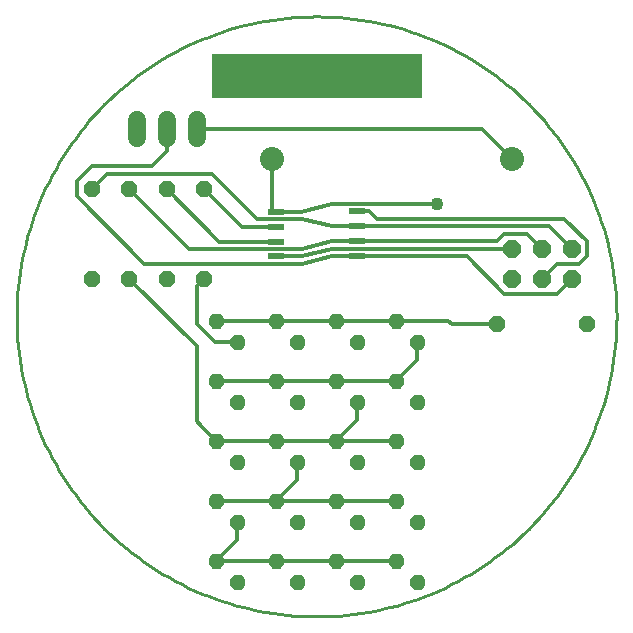
<source format=gbl>
G75*
%MOIN*%
%OFA0B0*%
%FSLAX25Y25*%
%IPPOS*%
%LPD*%
%AMOC8*
5,1,8,0,0,1.08239X$1,22.5*
%
%ADD10C,0.01000*%
%ADD11R,0.70000X0.15000*%
%ADD12C,0.08000*%
%ADD13R,0.05512X0.01969*%
%ADD14OC8,0.06000*%
%ADD15C,0.01040*%
%ADD16OC8,0.05200*%
%ADD17C,0.06000*%
%ADD18C,0.01181*%
%ADD19C,0.04356*%
D10*
X0001500Y0114770D02*
X0001530Y0117224D01*
X0001620Y0119677D01*
X0001771Y0122126D01*
X0001982Y0124572D01*
X0002252Y0127011D01*
X0002582Y0129443D01*
X0002972Y0131866D01*
X0003421Y0134279D01*
X0003930Y0136680D01*
X0004497Y0139068D01*
X0005122Y0141441D01*
X0005806Y0143798D01*
X0006547Y0146138D01*
X0007346Y0148459D01*
X0008201Y0150760D01*
X0009112Y0153038D01*
X0010079Y0155294D01*
X0011101Y0157526D01*
X0012178Y0159731D01*
X0013308Y0161910D01*
X0014491Y0164060D01*
X0015727Y0166180D01*
X0017015Y0168270D01*
X0018353Y0170327D01*
X0019742Y0172351D01*
X0021179Y0174340D01*
X0022665Y0176293D01*
X0024199Y0178209D01*
X0025779Y0180087D01*
X0027405Y0181926D01*
X0029075Y0183724D01*
X0030789Y0185481D01*
X0032546Y0187195D01*
X0034344Y0188865D01*
X0036183Y0190491D01*
X0038061Y0192071D01*
X0039977Y0193605D01*
X0041930Y0195091D01*
X0043919Y0196528D01*
X0045943Y0197917D01*
X0048000Y0199255D01*
X0050090Y0200543D01*
X0052210Y0201779D01*
X0054360Y0202962D01*
X0056539Y0204092D01*
X0058744Y0205169D01*
X0060976Y0206191D01*
X0063232Y0207158D01*
X0065510Y0208069D01*
X0067811Y0208924D01*
X0070132Y0209723D01*
X0072472Y0210464D01*
X0074829Y0211148D01*
X0077202Y0211773D01*
X0079590Y0212340D01*
X0081991Y0212849D01*
X0084404Y0213298D01*
X0086827Y0213688D01*
X0089259Y0214018D01*
X0091698Y0214288D01*
X0094144Y0214499D01*
X0096593Y0214650D01*
X0099046Y0214740D01*
X0101500Y0214770D01*
X0103954Y0214740D01*
X0106407Y0214650D01*
X0108856Y0214499D01*
X0111302Y0214288D01*
X0113741Y0214018D01*
X0116173Y0213688D01*
X0118596Y0213298D01*
X0121009Y0212849D01*
X0123410Y0212340D01*
X0125798Y0211773D01*
X0128171Y0211148D01*
X0130528Y0210464D01*
X0132868Y0209723D01*
X0135189Y0208924D01*
X0137490Y0208069D01*
X0139768Y0207158D01*
X0142024Y0206191D01*
X0144256Y0205169D01*
X0146461Y0204092D01*
X0148640Y0202962D01*
X0150790Y0201779D01*
X0152910Y0200543D01*
X0155000Y0199255D01*
X0157057Y0197917D01*
X0159081Y0196528D01*
X0161070Y0195091D01*
X0163023Y0193605D01*
X0164939Y0192071D01*
X0166817Y0190491D01*
X0168656Y0188865D01*
X0170454Y0187195D01*
X0172211Y0185481D01*
X0173925Y0183724D01*
X0175595Y0181926D01*
X0177221Y0180087D01*
X0178801Y0178209D01*
X0180335Y0176293D01*
X0181821Y0174340D01*
X0183258Y0172351D01*
X0184647Y0170327D01*
X0185985Y0168270D01*
X0187273Y0166180D01*
X0188509Y0164060D01*
X0189692Y0161910D01*
X0190822Y0159731D01*
X0191899Y0157526D01*
X0192921Y0155294D01*
X0193888Y0153038D01*
X0194799Y0150760D01*
X0195654Y0148459D01*
X0196453Y0146138D01*
X0197194Y0143798D01*
X0197878Y0141441D01*
X0198503Y0139068D01*
X0199070Y0136680D01*
X0199579Y0134279D01*
X0200028Y0131866D01*
X0200418Y0129443D01*
X0200748Y0127011D01*
X0201018Y0124572D01*
X0201229Y0122126D01*
X0201380Y0119677D01*
X0201470Y0117224D01*
X0201500Y0114770D01*
X0201470Y0112316D01*
X0201380Y0109863D01*
X0201229Y0107414D01*
X0201018Y0104968D01*
X0200748Y0102529D01*
X0200418Y0100097D01*
X0200028Y0097674D01*
X0199579Y0095261D01*
X0199070Y0092860D01*
X0198503Y0090472D01*
X0197878Y0088099D01*
X0197194Y0085742D01*
X0196453Y0083402D01*
X0195654Y0081081D01*
X0194799Y0078780D01*
X0193888Y0076502D01*
X0192921Y0074246D01*
X0191899Y0072014D01*
X0190822Y0069809D01*
X0189692Y0067630D01*
X0188509Y0065480D01*
X0187273Y0063360D01*
X0185985Y0061270D01*
X0184647Y0059213D01*
X0183258Y0057189D01*
X0181821Y0055200D01*
X0180335Y0053247D01*
X0178801Y0051331D01*
X0177221Y0049453D01*
X0175595Y0047614D01*
X0173925Y0045816D01*
X0172211Y0044059D01*
X0170454Y0042345D01*
X0168656Y0040675D01*
X0166817Y0039049D01*
X0164939Y0037469D01*
X0163023Y0035935D01*
X0161070Y0034449D01*
X0159081Y0033012D01*
X0157057Y0031623D01*
X0155000Y0030285D01*
X0152910Y0028997D01*
X0150790Y0027761D01*
X0148640Y0026578D01*
X0146461Y0025448D01*
X0144256Y0024371D01*
X0142024Y0023349D01*
X0139768Y0022382D01*
X0137490Y0021471D01*
X0135189Y0020616D01*
X0132868Y0019817D01*
X0130528Y0019076D01*
X0128171Y0018392D01*
X0125798Y0017767D01*
X0123410Y0017200D01*
X0121009Y0016691D01*
X0118596Y0016242D01*
X0116173Y0015852D01*
X0113741Y0015522D01*
X0111302Y0015252D01*
X0108856Y0015041D01*
X0106407Y0014890D01*
X0103954Y0014800D01*
X0101500Y0014770D01*
X0099046Y0014800D01*
X0096593Y0014890D01*
X0094144Y0015041D01*
X0091698Y0015252D01*
X0089259Y0015522D01*
X0086827Y0015852D01*
X0084404Y0016242D01*
X0081991Y0016691D01*
X0079590Y0017200D01*
X0077202Y0017767D01*
X0074829Y0018392D01*
X0072472Y0019076D01*
X0070132Y0019817D01*
X0067811Y0020616D01*
X0065510Y0021471D01*
X0063232Y0022382D01*
X0060976Y0023349D01*
X0058744Y0024371D01*
X0056539Y0025448D01*
X0054360Y0026578D01*
X0052210Y0027761D01*
X0050090Y0028997D01*
X0048000Y0030285D01*
X0045943Y0031623D01*
X0043919Y0033012D01*
X0041930Y0034449D01*
X0039977Y0035935D01*
X0038061Y0037469D01*
X0036183Y0039049D01*
X0034344Y0040675D01*
X0032546Y0042345D01*
X0030789Y0044059D01*
X0029075Y0045816D01*
X0027405Y0047614D01*
X0025779Y0049453D01*
X0024199Y0051331D01*
X0022665Y0053247D01*
X0021179Y0055200D01*
X0019742Y0057189D01*
X0018353Y0059213D01*
X0017015Y0061270D01*
X0015727Y0063360D01*
X0014491Y0065480D01*
X0013308Y0067630D01*
X0012178Y0069809D01*
X0011101Y0072014D01*
X0010079Y0074246D01*
X0009112Y0076502D01*
X0008201Y0078780D01*
X0007346Y0081081D01*
X0006547Y0083402D01*
X0005806Y0085742D01*
X0005122Y0088099D01*
X0004497Y0090472D01*
X0003930Y0092860D01*
X0003421Y0095261D01*
X0002972Y0097674D01*
X0002582Y0100097D01*
X0002252Y0102529D01*
X0001982Y0104968D01*
X0001771Y0107414D01*
X0001620Y0109863D01*
X0001530Y0112316D01*
X0001500Y0114770D01*
D11*
X0101500Y0194770D03*
D12*
X0086500Y0167270D03*
X0166500Y0167270D03*
D13*
X0114902Y0149770D03*
X0114902Y0144770D03*
X0114902Y0139770D03*
X0114902Y0134770D03*
X0088098Y0134770D03*
X0088098Y0139730D03*
X0088098Y0144730D03*
X0088098Y0149730D03*
D14*
X0166500Y0137270D03*
X0176500Y0137270D03*
X0186500Y0137270D03*
X0186500Y0127270D03*
X0176500Y0127270D03*
X0166500Y0127270D03*
D15*
X0068305Y0031746D02*
X0068825Y0031226D01*
X0067103Y0031226D01*
X0065885Y0032444D01*
X0065885Y0034166D01*
X0067103Y0035384D01*
X0068825Y0035384D01*
X0070043Y0034166D01*
X0070043Y0032444D01*
X0068825Y0031226D01*
X0068502Y0032006D01*
X0067426Y0032006D01*
X0066665Y0032767D01*
X0066665Y0033843D01*
X0067426Y0034604D01*
X0068502Y0034604D01*
X0069263Y0033843D01*
X0069263Y0032767D01*
X0068502Y0032006D01*
X0068179Y0032786D01*
X0067749Y0032786D01*
X0067445Y0033090D01*
X0067445Y0033520D01*
X0067749Y0033824D01*
X0068179Y0033824D01*
X0068483Y0033520D01*
X0068483Y0033090D01*
X0068179Y0032786D01*
X0075377Y0024675D02*
X0075897Y0024155D01*
X0074175Y0024155D01*
X0072957Y0025373D01*
X0072957Y0027095D01*
X0074175Y0028313D01*
X0075897Y0028313D01*
X0077115Y0027095D01*
X0077115Y0025373D01*
X0075897Y0024155D01*
X0075574Y0024935D01*
X0074498Y0024935D01*
X0073737Y0025696D01*
X0073737Y0026772D01*
X0074498Y0027533D01*
X0075574Y0027533D01*
X0076335Y0026772D01*
X0076335Y0025696D01*
X0075574Y0024935D01*
X0075251Y0025715D01*
X0074821Y0025715D01*
X0074517Y0026019D01*
X0074517Y0026449D01*
X0074821Y0026753D01*
X0075251Y0026753D01*
X0075555Y0026449D01*
X0075555Y0026019D01*
X0075251Y0025715D01*
X0088305Y0031746D02*
X0088825Y0031226D01*
X0087103Y0031226D01*
X0085885Y0032444D01*
X0085885Y0034166D01*
X0087103Y0035384D01*
X0088825Y0035384D01*
X0090043Y0034166D01*
X0090043Y0032444D01*
X0088825Y0031226D01*
X0088502Y0032006D01*
X0087426Y0032006D01*
X0086665Y0032767D01*
X0086665Y0033843D01*
X0087426Y0034604D01*
X0088502Y0034604D01*
X0089263Y0033843D01*
X0089263Y0032767D01*
X0088502Y0032006D01*
X0088179Y0032786D01*
X0087749Y0032786D01*
X0087445Y0033090D01*
X0087445Y0033520D01*
X0087749Y0033824D01*
X0088179Y0033824D01*
X0088483Y0033520D01*
X0088483Y0033090D01*
X0088179Y0032786D01*
X0095377Y0024675D02*
X0095897Y0024155D01*
X0094175Y0024155D01*
X0092957Y0025373D01*
X0092957Y0027095D01*
X0094175Y0028313D01*
X0095897Y0028313D01*
X0097115Y0027095D01*
X0097115Y0025373D01*
X0095897Y0024155D01*
X0095574Y0024935D01*
X0094498Y0024935D01*
X0093737Y0025696D01*
X0093737Y0026772D01*
X0094498Y0027533D01*
X0095574Y0027533D01*
X0096335Y0026772D01*
X0096335Y0025696D01*
X0095574Y0024935D01*
X0095251Y0025715D01*
X0094821Y0025715D01*
X0094517Y0026019D01*
X0094517Y0026449D01*
X0094821Y0026753D01*
X0095251Y0026753D01*
X0095555Y0026449D01*
X0095555Y0026019D01*
X0095251Y0025715D01*
X0108305Y0031746D02*
X0108825Y0031226D01*
X0107103Y0031226D01*
X0105885Y0032444D01*
X0105885Y0034166D01*
X0107103Y0035384D01*
X0108825Y0035384D01*
X0110043Y0034166D01*
X0110043Y0032444D01*
X0108825Y0031226D01*
X0108502Y0032006D01*
X0107426Y0032006D01*
X0106665Y0032767D01*
X0106665Y0033843D01*
X0107426Y0034604D01*
X0108502Y0034604D01*
X0109263Y0033843D01*
X0109263Y0032767D01*
X0108502Y0032006D01*
X0108179Y0032786D01*
X0107749Y0032786D01*
X0107445Y0033090D01*
X0107445Y0033520D01*
X0107749Y0033824D01*
X0108179Y0033824D01*
X0108483Y0033520D01*
X0108483Y0033090D01*
X0108179Y0032786D01*
X0115377Y0024675D02*
X0115897Y0024155D01*
X0114175Y0024155D01*
X0112957Y0025373D01*
X0112957Y0027095D01*
X0114175Y0028313D01*
X0115897Y0028313D01*
X0117115Y0027095D01*
X0117115Y0025373D01*
X0115897Y0024155D01*
X0115574Y0024935D01*
X0114498Y0024935D01*
X0113737Y0025696D01*
X0113737Y0026772D01*
X0114498Y0027533D01*
X0115574Y0027533D01*
X0116335Y0026772D01*
X0116335Y0025696D01*
X0115574Y0024935D01*
X0115251Y0025715D01*
X0114821Y0025715D01*
X0114517Y0026019D01*
X0114517Y0026449D01*
X0114821Y0026753D01*
X0115251Y0026753D01*
X0115555Y0026449D01*
X0115555Y0026019D01*
X0115251Y0025715D01*
X0128305Y0031746D02*
X0128825Y0031226D01*
X0127103Y0031226D01*
X0125885Y0032444D01*
X0125885Y0034166D01*
X0127103Y0035384D01*
X0128825Y0035384D01*
X0130043Y0034166D01*
X0130043Y0032444D01*
X0128825Y0031226D01*
X0128502Y0032006D01*
X0127426Y0032006D01*
X0126665Y0032767D01*
X0126665Y0033843D01*
X0127426Y0034604D01*
X0128502Y0034604D01*
X0129263Y0033843D01*
X0129263Y0032767D01*
X0128502Y0032006D01*
X0128179Y0032786D01*
X0127749Y0032786D01*
X0127445Y0033090D01*
X0127445Y0033520D01*
X0127749Y0033824D01*
X0128179Y0033824D01*
X0128483Y0033520D01*
X0128483Y0033090D01*
X0128179Y0032786D01*
X0135377Y0024675D02*
X0135897Y0024155D01*
X0134175Y0024155D01*
X0132957Y0025373D01*
X0132957Y0027095D01*
X0134175Y0028313D01*
X0135897Y0028313D01*
X0137115Y0027095D01*
X0137115Y0025373D01*
X0135897Y0024155D01*
X0135574Y0024935D01*
X0134498Y0024935D01*
X0133737Y0025696D01*
X0133737Y0026772D01*
X0134498Y0027533D01*
X0135574Y0027533D01*
X0136335Y0026772D01*
X0136335Y0025696D01*
X0135574Y0024935D01*
X0135251Y0025715D01*
X0134821Y0025715D01*
X0134517Y0026019D01*
X0134517Y0026449D01*
X0134821Y0026753D01*
X0135251Y0026753D01*
X0135555Y0026449D01*
X0135555Y0026019D01*
X0135251Y0025715D01*
X0135377Y0044675D02*
X0135897Y0044155D01*
X0134175Y0044155D01*
X0132957Y0045373D01*
X0132957Y0047095D01*
X0134175Y0048313D01*
X0135897Y0048313D01*
X0137115Y0047095D01*
X0137115Y0045373D01*
X0135897Y0044155D01*
X0135574Y0044935D01*
X0134498Y0044935D01*
X0133737Y0045696D01*
X0133737Y0046772D01*
X0134498Y0047533D01*
X0135574Y0047533D01*
X0136335Y0046772D01*
X0136335Y0045696D01*
X0135574Y0044935D01*
X0135251Y0045715D01*
X0134821Y0045715D01*
X0134517Y0046019D01*
X0134517Y0046449D01*
X0134821Y0046753D01*
X0135251Y0046753D01*
X0135555Y0046449D01*
X0135555Y0046019D01*
X0135251Y0045715D01*
X0128305Y0051746D02*
X0128825Y0051226D01*
X0127103Y0051226D01*
X0125885Y0052444D01*
X0125885Y0054166D01*
X0127103Y0055384D01*
X0128825Y0055384D01*
X0130043Y0054166D01*
X0130043Y0052444D01*
X0128825Y0051226D01*
X0128502Y0052006D01*
X0127426Y0052006D01*
X0126665Y0052767D01*
X0126665Y0053843D01*
X0127426Y0054604D01*
X0128502Y0054604D01*
X0129263Y0053843D01*
X0129263Y0052767D01*
X0128502Y0052006D01*
X0128179Y0052786D01*
X0127749Y0052786D01*
X0127445Y0053090D01*
X0127445Y0053520D01*
X0127749Y0053824D01*
X0128179Y0053824D01*
X0128483Y0053520D01*
X0128483Y0053090D01*
X0128179Y0052786D01*
X0135377Y0064675D02*
X0135897Y0064155D01*
X0134175Y0064155D01*
X0132957Y0065373D01*
X0132957Y0067095D01*
X0134175Y0068313D01*
X0135897Y0068313D01*
X0137115Y0067095D01*
X0137115Y0065373D01*
X0135897Y0064155D01*
X0135574Y0064935D01*
X0134498Y0064935D01*
X0133737Y0065696D01*
X0133737Y0066772D01*
X0134498Y0067533D01*
X0135574Y0067533D01*
X0136335Y0066772D01*
X0136335Y0065696D01*
X0135574Y0064935D01*
X0135251Y0065715D01*
X0134821Y0065715D01*
X0134517Y0066019D01*
X0134517Y0066449D01*
X0134821Y0066753D01*
X0135251Y0066753D01*
X0135555Y0066449D01*
X0135555Y0066019D01*
X0135251Y0065715D01*
X0128305Y0071746D02*
X0128825Y0071226D01*
X0127103Y0071226D01*
X0125885Y0072444D01*
X0125885Y0074166D01*
X0127103Y0075384D01*
X0128825Y0075384D01*
X0130043Y0074166D01*
X0130043Y0072444D01*
X0128825Y0071226D01*
X0128502Y0072006D01*
X0127426Y0072006D01*
X0126665Y0072767D01*
X0126665Y0073843D01*
X0127426Y0074604D01*
X0128502Y0074604D01*
X0129263Y0073843D01*
X0129263Y0072767D01*
X0128502Y0072006D01*
X0128179Y0072786D01*
X0127749Y0072786D01*
X0127445Y0073090D01*
X0127445Y0073520D01*
X0127749Y0073824D01*
X0128179Y0073824D01*
X0128483Y0073520D01*
X0128483Y0073090D01*
X0128179Y0072786D01*
X0135377Y0084675D02*
X0135897Y0084155D01*
X0134175Y0084155D01*
X0132957Y0085373D01*
X0132957Y0087095D01*
X0134175Y0088313D01*
X0135897Y0088313D01*
X0137115Y0087095D01*
X0137115Y0085373D01*
X0135897Y0084155D01*
X0135574Y0084935D01*
X0134498Y0084935D01*
X0133737Y0085696D01*
X0133737Y0086772D01*
X0134498Y0087533D01*
X0135574Y0087533D01*
X0136335Y0086772D01*
X0136335Y0085696D01*
X0135574Y0084935D01*
X0135251Y0085715D01*
X0134821Y0085715D01*
X0134517Y0086019D01*
X0134517Y0086449D01*
X0134821Y0086753D01*
X0135251Y0086753D01*
X0135555Y0086449D01*
X0135555Y0086019D01*
X0135251Y0085715D01*
X0128305Y0091746D02*
X0128825Y0091226D01*
X0127103Y0091226D01*
X0125885Y0092444D01*
X0125885Y0094166D01*
X0127103Y0095384D01*
X0128825Y0095384D01*
X0130043Y0094166D01*
X0130043Y0092444D01*
X0128825Y0091226D01*
X0128502Y0092006D01*
X0127426Y0092006D01*
X0126665Y0092767D01*
X0126665Y0093843D01*
X0127426Y0094604D01*
X0128502Y0094604D01*
X0129263Y0093843D01*
X0129263Y0092767D01*
X0128502Y0092006D01*
X0128179Y0092786D01*
X0127749Y0092786D01*
X0127445Y0093090D01*
X0127445Y0093520D01*
X0127749Y0093824D01*
X0128179Y0093824D01*
X0128483Y0093520D01*
X0128483Y0093090D01*
X0128179Y0092786D01*
X0115377Y0084675D02*
X0115897Y0084155D01*
X0114175Y0084155D01*
X0112957Y0085373D01*
X0112957Y0087095D01*
X0114175Y0088313D01*
X0115897Y0088313D01*
X0117115Y0087095D01*
X0117115Y0085373D01*
X0115897Y0084155D01*
X0115574Y0084935D01*
X0114498Y0084935D01*
X0113737Y0085696D01*
X0113737Y0086772D01*
X0114498Y0087533D01*
X0115574Y0087533D01*
X0116335Y0086772D01*
X0116335Y0085696D01*
X0115574Y0084935D01*
X0115251Y0085715D01*
X0114821Y0085715D01*
X0114517Y0086019D01*
X0114517Y0086449D01*
X0114821Y0086753D01*
X0115251Y0086753D01*
X0115555Y0086449D01*
X0115555Y0086019D01*
X0115251Y0085715D01*
X0108305Y0091746D02*
X0108825Y0091226D01*
X0107103Y0091226D01*
X0105885Y0092444D01*
X0105885Y0094166D01*
X0107103Y0095384D01*
X0108825Y0095384D01*
X0110043Y0094166D01*
X0110043Y0092444D01*
X0108825Y0091226D01*
X0108502Y0092006D01*
X0107426Y0092006D01*
X0106665Y0092767D01*
X0106665Y0093843D01*
X0107426Y0094604D01*
X0108502Y0094604D01*
X0109263Y0093843D01*
X0109263Y0092767D01*
X0108502Y0092006D01*
X0108179Y0092786D01*
X0107749Y0092786D01*
X0107445Y0093090D01*
X0107445Y0093520D01*
X0107749Y0093824D01*
X0108179Y0093824D01*
X0108483Y0093520D01*
X0108483Y0093090D01*
X0108179Y0092786D01*
X0095377Y0084675D02*
X0095897Y0084155D01*
X0094175Y0084155D01*
X0092957Y0085373D01*
X0092957Y0087095D01*
X0094175Y0088313D01*
X0095897Y0088313D01*
X0097115Y0087095D01*
X0097115Y0085373D01*
X0095897Y0084155D01*
X0095574Y0084935D01*
X0094498Y0084935D01*
X0093737Y0085696D01*
X0093737Y0086772D01*
X0094498Y0087533D01*
X0095574Y0087533D01*
X0096335Y0086772D01*
X0096335Y0085696D01*
X0095574Y0084935D01*
X0095251Y0085715D01*
X0094821Y0085715D01*
X0094517Y0086019D01*
X0094517Y0086449D01*
X0094821Y0086753D01*
X0095251Y0086753D01*
X0095555Y0086449D01*
X0095555Y0086019D01*
X0095251Y0085715D01*
X0088305Y0091746D02*
X0088825Y0091226D01*
X0087103Y0091226D01*
X0085885Y0092444D01*
X0085885Y0094166D01*
X0087103Y0095384D01*
X0088825Y0095384D01*
X0090043Y0094166D01*
X0090043Y0092444D01*
X0088825Y0091226D01*
X0088502Y0092006D01*
X0087426Y0092006D01*
X0086665Y0092767D01*
X0086665Y0093843D01*
X0087426Y0094604D01*
X0088502Y0094604D01*
X0089263Y0093843D01*
X0089263Y0092767D01*
X0088502Y0092006D01*
X0088179Y0092786D01*
X0087749Y0092786D01*
X0087445Y0093090D01*
X0087445Y0093520D01*
X0087749Y0093824D01*
X0088179Y0093824D01*
X0088483Y0093520D01*
X0088483Y0093090D01*
X0088179Y0092786D01*
X0075377Y0084675D02*
X0075897Y0084155D01*
X0074175Y0084155D01*
X0072957Y0085373D01*
X0072957Y0087095D01*
X0074175Y0088313D01*
X0075897Y0088313D01*
X0077115Y0087095D01*
X0077115Y0085373D01*
X0075897Y0084155D01*
X0075574Y0084935D01*
X0074498Y0084935D01*
X0073737Y0085696D01*
X0073737Y0086772D01*
X0074498Y0087533D01*
X0075574Y0087533D01*
X0076335Y0086772D01*
X0076335Y0085696D01*
X0075574Y0084935D01*
X0075251Y0085715D01*
X0074821Y0085715D01*
X0074517Y0086019D01*
X0074517Y0086449D01*
X0074821Y0086753D01*
X0075251Y0086753D01*
X0075555Y0086449D01*
X0075555Y0086019D01*
X0075251Y0085715D01*
X0068305Y0091746D02*
X0068825Y0091226D01*
X0067103Y0091226D01*
X0065885Y0092444D01*
X0065885Y0094166D01*
X0067103Y0095384D01*
X0068825Y0095384D01*
X0070043Y0094166D01*
X0070043Y0092444D01*
X0068825Y0091226D01*
X0068502Y0092006D01*
X0067426Y0092006D01*
X0066665Y0092767D01*
X0066665Y0093843D01*
X0067426Y0094604D01*
X0068502Y0094604D01*
X0069263Y0093843D01*
X0069263Y0092767D01*
X0068502Y0092006D01*
X0068179Y0092786D01*
X0067749Y0092786D01*
X0067445Y0093090D01*
X0067445Y0093520D01*
X0067749Y0093824D01*
X0068179Y0093824D01*
X0068483Y0093520D01*
X0068483Y0093090D01*
X0068179Y0092786D01*
X0075377Y0104675D02*
X0075897Y0104155D01*
X0074175Y0104155D01*
X0072957Y0105373D01*
X0072957Y0107095D01*
X0074175Y0108313D01*
X0075897Y0108313D01*
X0077115Y0107095D01*
X0077115Y0105373D01*
X0075897Y0104155D01*
X0075574Y0104935D01*
X0074498Y0104935D01*
X0073737Y0105696D01*
X0073737Y0106772D01*
X0074498Y0107533D01*
X0075574Y0107533D01*
X0076335Y0106772D01*
X0076335Y0105696D01*
X0075574Y0104935D01*
X0075251Y0105715D01*
X0074821Y0105715D01*
X0074517Y0106019D01*
X0074517Y0106449D01*
X0074821Y0106753D01*
X0075251Y0106753D01*
X0075555Y0106449D01*
X0075555Y0106019D01*
X0075251Y0105715D01*
X0068305Y0111746D02*
X0068825Y0111226D01*
X0067103Y0111226D01*
X0065885Y0112444D01*
X0065885Y0114166D01*
X0067103Y0115384D01*
X0068825Y0115384D01*
X0070043Y0114166D01*
X0070043Y0112444D01*
X0068825Y0111226D01*
X0068502Y0112006D01*
X0067426Y0112006D01*
X0066665Y0112767D01*
X0066665Y0113843D01*
X0067426Y0114604D01*
X0068502Y0114604D01*
X0069263Y0113843D01*
X0069263Y0112767D01*
X0068502Y0112006D01*
X0068179Y0112786D01*
X0067749Y0112786D01*
X0067445Y0113090D01*
X0067445Y0113520D01*
X0067749Y0113824D01*
X0068179Y0113824D01*
X0068483Y0113520D01*
X0068483Y0113090D01*
X0068179Y0112786D01*
X0088305Y0111746D02*
X0088825Y0111226D01*
X0087103Y0111226D01*
X0085885Y0112444D01*
X0085885Y0114166D01*
X0087103Y0115384D01*
X0088825Y0115384D01*
X0090043Y0114166D01*
X0090043Y0112444D01*
X0088825Y0111226D01*
X0088502Y0112006D01*
X0087426Y0112006D01*
X0086665Y0112767D01*
X0086665Y0113843D01*
X0087426Y0114604D01*
X0088502Y0114604D01*
X0089263Y0113843D01*
X0089263Y0112767D01*
X0088502Y0112006D01*
X0088179Y0112786D01*
X0087749Y0112786D01*
X0087445Y0113090D01*
X0087445Y0113520D01*
X0087749Y0113824D01*
X0088179Y0113824D01*
X0088483Y0113520D01*
X0088483Y0113090D01*
X0088179Y0112786D01*
X0095377Y0104675D02*
X0095897Y0104155D01*
X0094175Y0104155D01*
X0092957Y0105373D01*
X0092957Y0107095D01*
X0094175Y0108313D01*
X0095897Y0108313D01*
X0097115Y0107095D01*
X0097115Y0105373D01*
X0095897Y0104155D01*
X0095574Y0104935D01*
X0094498Y0104935D01*
X0093737Y0105696D01*
X0093737Y0106772D01*
X0094498Y0107533D01*
X0095574Y0107533D01*
X0096335Y0106772D01*
X0096335Y0105696D01*
X0095574Y0104935D01*
X0095251Y0105715D01*
X0094821Y0105715D01*
X0094517Y0106019D01*
X0094517Y0106449D01*
X0094821Y0106753D01*
X0095251Y0106753D01*
X0095555Y0106449D01*
X0095555Y0106019D01*
X0095251Y0105715D01*
X0108305Y0111746D02*
X0108825Y0111226D01*
X0107103Y0111226D01*
X0105885Y0112444D01*
X0105885Y0114166D01*
X0107103Y0115384D01*
X0108825Y0115384D01*
X0110043Y0114166D01*
X0110043Y0112444D01*
X0108825Y0111226D01*
X0108502Y0112006D01*
X0107426Y0112006D01*
X0106665Y0112767D01*
X0106665Y0113843D01*
X0107426Y0114604D01*
X0108502Y0114604D01*
X0109263Y0113843D01*
X0109263Y0112767D01*
X0108502Y0112006D01*
X0108179Y0112786D01*
X0107749Y0112786D01*
X0107445Y0113090D01*
X0107445Y0113520D01*
X0107749Y0113824D01*
X0108179Y0113824D01*
X0108483Y0113520D01*
X0108483Y0113090D01*
X0108179Y0112786D01*
X0115377Y0104675D02*
X0115897Y0104155D01*
X0114175Y0104155D01*
X0112957Y0105373D01*
X0112957Y0107095D01*
X0114175Y0108313D01*
X0115897Y0108313D01*
X0117115Y0107095D01*
X0117115Y0105373D01*
X0115897Y0104155D01*
X0115574Y0104935D01*
X0114498Y0104935D01*
X0113737Y0105696D01*
X0113737Y0106772D01*
X0114498Y0107533D01*
X0115574Y0107533D01*
X0116335Y0106772D01*
X0116335Y0105696D01*
X0115574Y0104935D01*
X0115251Y0105715D01*
X0114821Y0105715D01*
X0114517Y0106019D01*
X0114517Y0106449D01*
X0114821Y0106753D01*
X0115251Y0106753D01*
X0115555Y0106449D01*
X0115555Y0106019D01*
X0115251Y0105715D01*
X0128305Y0111746D02*
X0128825Y0111226D01*
X0127103Y0111226D01*
X0125885Y0112444D01*
X0125885Y0114166D01*
X0127103Y0115384D01*
X0128825Y0115384D01*
X0130043Y0114166D01*
X0130043Y0112444D01*
X0128825Y0111226D01*
X0128502Y0112006D01*
X0127426Y0112006D01*
X0126665Y0112767D01*
X0126665Y0113843D01*
X0127426Y0114604D01*
X0128502Y0114604D01*
X0129263Y0113843D01*
X0129263Y0112767D01*
X0128502Y0112006D01*
X0128179Y0112786D01*
X0127749Y0112786D01*
X0127445Y0113090D01*
X0127445Y0113520D01*
X0127749Y0113824D01*
X0128179Y0113824D01*
X0128483Y0113520D01*
X0128483Y0113090D01*
X0128179Y0112786D01*
X0135377Y0104675D02*
X0135897Y0104155D01*
X0134175Y0104155D01*
X0132957Y0105373D01*
X0132957Y0107095D01*
X0134175Y0108313D01*
X0135897Y0108313D01*
X0137115Y0107095D01*
X0137115Y0105373D01*
X0135897Y0104155D01*
X0135574Y0104935D01*
X0134498Y0104935D01*
X0133737Y0105696D01*
X0133737Y0106772D01*
X0134498Y0107533D01*
X0135574Y0107533D01*
X0136335Y0106772D01*
X0136335Y0105696D01*
X0135574Y0104935D01*
X0135251Y0105715D01*
X0134821Y0105715D01*
X0134517Y0106019D01*
X0134517Y0106449D01*
X0134821Y0106753D01*
X0135251Y0106753D01*
X0135555Y0106449D01*
X0135555Y0106019D01*
X0135251Y0105715D01*
X0108305Y0071746D02*
X0108825Y0071226D01*
X0107103Y0071226D01*
X0105885Y0072444D01*
X0105885Y0074166D01*
X0107103Y0075384D01*
X0108825Y0075384D01*
X0110043Y0074166D01*
X0110043Y0072444D01*
X0108825Y0071226D01*
X0108502Y0072006D01*
X0107426Y0072006D01*
X0106665Y0072767D01*
X0106665Y0073843D01*
X0107426Y0074604D01*
X0108502Y0074604D01*
X0109263Y0073843D01*
X0109263Y0072767D01*
X0108502Y0072006D01*
X0108179Y0072786D01*
X0107749Y0072786D01*
X0107445Y0073090D01*
X0107445Y0073520D01*
X0107749Y0073824D01*
X0108179Y0073824D01*
X0108483Y0073520D01*
X0108483Y0073090D01*
X0108179Y0072786D01*
X0115377Y0064675D02*
X0115897Y0064155D01*
X0114175Y0064155D01*
X0112957Y0065373D01*
X0112957Y0067095D01*
X0114175Y0068313D01*
X0115897Y0068313D01*
X0117115Y0067095D01*
X0117115Y0065373D01*
X0115897Y0064155D01*
X0115574Y0064935D01*
X0114498Y0064935D01*
X0113737Y0065696D01*
X0113737Y0066772D01*
X0114498Y0067533D01*
X0115574Y0067533D01*
X0116335Y0066772D01*
X0116335Y0065696D01*
X0115574Y0064935D01*
X0115251Y0065715D01*
X0114821Y0065715D01*
X0114517Y0066019D01*
X0114517Y0066449D01*
X0114821Y0066753D01*
X0115251Y0066753D01*
X0115555Y0066449D01*
X0115555Y0066019D01*
X0115251Y0065715D01*
X0108305Y0051746D02*
X0108825Y0051226D01*
X0107103Y0051226D01*
X0105885Y0052444D01*
X0105885Y0054166D01*
X0107103Y0055384D01*
X0108825Y0055384D01*
X0110043Y0054166D01*
X0110043Y0052444D01*
X0108825Y0051226D01*
X0108502Y0052006D01*
X0107426Y0052006D01*
X0106665Y0052767D01*
X0106665Y0053843D01*
X0107426Y0054604D01*
X0108502Y0054604D01*
X0109263Y0053843D01*
X0109263Y0052767D01*
X0108502Y0052006D01*
X0108179Y0052786D01*
X0107749Y0052786D01*
X0107445Y0053090D01*
X0107445Y0053520D01*
X0107749Y0053824D01*
X0108179Y0053824D01*
X0108483Y0053520D01*
X0108483Y0053090D01*
X0108179Y0052786D01*
X0115377Y0044675D02*
X0115897Y0044155D01*
X0114175Y0044155D01*
X0112957Y0045373D01*
X0112957Y0047095D01*
X0114175Y0048313D01*
X0115897Y0048313D01*
X0117115Y0047095D01*
X0117115Y0045373D01*
X0115897Y0044155D01*
X0115574Y0044935D01*
X0114498Y0044935D01*
X0113737Y0045696D01*
X0113737Y0046772D01*
X0114498Y0047533D01*
X0115574Y0047533D01*
X0116335Y0046772D01*
X0116335Y0045696D01*
X0115574Y0044935D01*
X0115251Y0045715D01*
X0114821Y0045715D01*
X0114517Y0046019D01*
X0114517Y0046449D01*
X0114821Y0046753D01*
X0115251Y0046753D01*
X0115555Y0046449D01*
X0115555Y0046019D01*
X0115251Y0045715D01*
X0095377Y0044675D02*
X0095897Y0044155D01*
X0094175Y0044155D01*
X0092957Y0045373D01*
X0092957Y0047095D01*
X0094175Y0048313D01*
X0095897Y0048313D01*
X0097115Y0047095D01*
X0097115Y0045373D01*
X0095897Y0044155D01*
X0095574Y0044935D01*
X0094498Y0044935D01*
X0093737Y0045696D01*
X0093737Y0046772D01*
X0094498Y0047533D01*
X0095574Y0047533D01*
X0096335Y0046772D01*
X0096335Y0045696D01*
X0095574Y0044935D01*
X0095251Y0045715D01*
X0094821Y0045715D01*
X0094517Y0046019D01*
X0094517Y0046449D01*
X0094821Y0046753D01*
X0095251Y0046753D01*
X0095555Y0046449D01*
X0095555Y0046019D01*
X0095251Y0045715D01*
X0088305Y0051746D02*
X0088825Y0051226D01*
X0087103Y0051226D01*
X0085885Y0052444D01*
X0085885Y0054166D01*
X0087103Y0055384D01*
X0088825Y0055384D01*
X0090043Y0054166D01*
X0090043Y0052444D01*
X0088825Y0051226D01*
X0088502Y0052006D01*
X0087426Y0052006D01*
X0086665Y0052767D01*
X0086665Y0053843D01*
X0087426Y0054604D01*
X0088502Y0054604D01*
X0089263Y0053843D01*
X0089263Y0052767D01*
X0088502Y0052006D01*
X0088179Y0052786D01*
X0087749Y0052786D01*
X0087445Y0053090D01*
X0087445Y0053520D01*
X0087749Y0053824D01*
X0088179Y0053824D01*
X0088483Y0053520D01*
X0088483Y0053090D01*
X0088179Y0052786D01*
X0095377Y0064675D02*
X0095897Y0064155D01*
X0094175Y0064155D01*
X0092957Y0065373D01*
X0092957Y0067095D01*
X0094175Y0068313D01*
X0095897Y0068313D01*
X0097115Y0067095D01*
X0097115Y0065373D01*
X0095897Y0064155D01*
X0095574Y0064935D01*
X0094498Y0064935D01*
X0093737Y0065696D01*
X0093737Y0066772D01*
X0094498Y0067533D01*
X0095574Y0067533D01*
X0096335Y0066772D01*
X0096335Y0065696D01*
X0095574Y0064935D01*
X0095251Y0065715D01*
X0094821Y0065715D01*
X0094517Y0066019D01*
X0094517Y0066449D01*
X0094821Y0066753D01*
X0095251Y0066753D01*
X0095555Y0066449D01*
X0095555Y0066019D01*
X0095251Y0065715D01*
X0088305Y0071746D02*
X0088825Y0071226D01*
X0087103Y0071226D01*
X0085885Y0072444D01*
X0085885Y0074166D01*
X0087103Y0075384D01*
X0088825Y0075384D01*
X0090043Y0074166D01*
X0090043Y0072444D01*
X0088825Y0071226D01*
X0088502Y0072006D01*
X0087426Y0072006D01*
X0086665Y0072767D01*
X0086665Y0073843D01*
X0087426Y0074604D01*
X0088502Y0074604D01*
X0089263Y0073843D01*
X0089263Y0072767D01*
X0088502Y0072006D01*
X0088179Y0072786D01*
X0087749Y0072786D01*
X0087445Y0073090D01*
X0087445Y0073520D01*
X0087749Y0073824D01*
X0088179Y0073824D01*
X0088483Y0073520D01*
X0088483Y0073090D01*
X0088179Y0072786D01*
X0075377Y0064675D02*
X0075897Y0064155D01*
X0074175Y0064155D01*
X0072957Y0065373D01*
X0072957Y0067095D01*
X0074175Y0068313D01*
X0075897Y0068313D01*
X0077115Y0067095D01*
X0077115Y0065373D01*
X0075897Y0064155D01*
X0075574Y0064935D01*
X0074498Y0064935D01*
X0073737Y0065696D01*
X0073737Y0066772D01*
X0074498Y0067533D01*
X0075574Y0067533D01*
X0076335Y0066772D01*
X0076335Y0065696D01*
X0075574Y0064935D01*
X0075251Y0065715D01*
X0074821Y0065715D01*
X0074517Y0066019D01*
X0074517Y0066449D01*
X0074821Y0066753D01*
X0075251Y0066753D01*
X0075555Y0066449D01*
X0075555Y0066019D01*
X0075251Y0065715D01*
X0068305Y0071746D02*
X0068825Y0071226D01*
X0067103Y0071226D01*
X0065885Y0072444D01*
X0065885Y0074166D01*
X0067103Y0075384D01*
X0068825Y0075384D01*
X0070043Y0074166D01*
X0070043Y0072444D01*
X0068825Y0071226D01*
X0068502Y0072006D01*
X0067426Y0072006D01*
X0066665Y0072767D01*
X0066665Y0073843D01*
X0067426Y0074604D01*
X0068502Y0074604D01*
X0069263Y0073843D01*
X0069263Y0072767D01*
X0068502Y0072006D01*
X0068179Y0072786D01*
X0067749Y0072786D01*
X0067445Y0073090D01*
X0067445Y0073520D01*
X0067749Y0073824D01*
X0068179Y0073824D01*
X0068483Y0073520D01*
X0068483Y0073090D01*
X0068179Y0072786D01*
X0068305Y0051746D02*
X0068825Y0051226D01*
X0067103Y0051226D01*
X0065885Y0052444D01*
X0065885Y0054166D01*
X0067103Y0055384D01*
X0068825Y0055384D01*
X0070043Y0054166D01*
X0070043Y0052444D01*
X0068825Y0051226D01*
X0068502Y0052006D01*
X0067426Y0052006D01*
X0066665Y0052767D01*
X0066665Y0053843D01*
X0067426Y0054604D01*
X0068502Y0054604D01*
X0069263Y0053843D01*
X0069263Y0052767D01*
X0068502Y0052006D01*
X0068179Y0052786D01*
X0067749Y0052786D01*
X0067445Y0053090D01*
X0067445Y0053520D01*
X0067749Y0053824D01*
X0068179Y0053824D01*
X0068483Y0053520D01*
X0068483Y0053090D01*
X0068179Y0052786D01*
X0075377Y0044675D02*
X0075897Y0044155D01*
X0074175Y0044155D01*
X0072957Y0045373D01*
X0072957Y0047095D01*
X0074175Y0048313D01*
X0075897Y0048313D01*
X0077115Y0047095D01*
X0077115Y0045373D01*
X0075897Y0044155D01*
X0075574Y0044935D01*
X0074498Y0044935D01*
X0073737Y0045696D01*
X0073737Y0046772D01*
X0074498Y0047533D01*
X0075574Y0047533D01*
X0076335Y0046772D01*
X0076335Y0045696D01*
X0075574Y0044935D01*
X0075251Y0045715D01*
X0074821Y0045715D01*
X0074517Y0046019D01*
X0074517Y0046449D01*
X0074821Y0046753D01*
X0075251Y0046753D01*
X0075555Y0046449D01*
X0075555Y0046019D01*
X0075251Y0045715D01*
D16*
X0064000Y0127270D03*
X0051500Y0127270D03*
X0039000Y0127270D03*
X0026500Y0127270D03*
X0026500Y0157270D03*
X0039000Y0157270D03*
X0051500Y0157270D03*
X0064000Y0157270D03*
X0161500Y0112270D03*
X0191500Y0112270D03*
D17*
X0061500Y0174270D02*
X0061500Y0180270D01*
X0051500Y0180270D02*
X0051500Y0174270D01*
X0041500Y0174270D02*
X0041500Y0180270D01*
D18*
X0051500Y0177270D02*
X0051500Y0169770D01*
X0046500Y0164770D01*
X0026500Y0164770D01*
X0021500Y0159770D01*
X0021500Y0154770D01*
X0044000Y0132270D01*
X0096500Y0132270D01*
X0106500Y0134770D01*
X0114902Y0134770D01*
X0151500Y0134770D01*
X0164000Y0122270D01*
X0181500Y0122270D01*
X0186500Y0127270D01*
X0189000Y0132270D02*
X0181500Y0132270D01*
X0176500Y0127270D01*
X0176500Y0137270D02*
X0171500Y0142270D01*
X0164000Y0142270D01*
X0161500Y0139770D01*
X0114902Y0139770D01*
X0106500Y0139770D01*
X0096500Y0137270D01*
X0059000Y0137270D01*
X0039000Y0157270D01*
X0031500Y0162270D02*
X0066500Y0162270D01*
X0081500Y0147270D01*
X0096500Y0147270D01*
X0106500Y0144770D01*
X0114902Y0144770D01*
X0179000Y0144770D01*
X0186500Y0137270D01*
X0189000Y0132270D02*
X0191500Y0134770D01*
X0191500Y0139770D01*
X0184000Y0147270D01*
X0121500Y0147270D01*
X0119000Y0149770D01*
X0114902Y0149770D01*
X0106500Y0152270D02*
X0141500Y0152270D01*
X0156500Y0177270D02*
X0166500Y0167270D01*
X0156500Y0177270D02*
X0061500Y0177270D01*
X0064000Y0157270D02*
X0076539Y0144730D01*
X0088098Y0144730D01*
X0088098Y0139730D02*
X0069039Y0139730D01*
X0051500Y0157270D01*
X0031500Y0162270D02*
X0026500Y0157270D01*
X0039000Y0127270D02*
X0061500Y0104770D01*
X0061500Y0079770D01*
X0062964Y0078305D01*
X0067964Y0073305D01*
X0087964Y0073305D01*
X0107964Y0073305D01*
X0127964Y0073305D01*
X0115036Y0080376D02*
X0115036Y0086234D01*
X0115036Y0080376D02*
X0107964Y0073305D01*
X0095036Y0066234D02*
X0095036Y0060376D01*
X0087964Y0053305D01*
X0107964Y0053305D01*
X0127964Y0053305D01*
X0127964Y0033305D02*
X0107964Y0033305D01*
X0087964Y0033305D01*
X0067964Y0033305D01*
X0075036Y0040376D01*
X0075036Y0046234D01*
X0067964Y0053305D02*
X0087964Y0053305D01*
X0087964Y0093305D02*
X0067964Y0093305D01*
X0067536Y0106234D02*
X0061500Y0112270D01*
X0061500Y0124770D01*
X0064000Y0127270D01*
X0067964Y0113305D02*
X0087964Y0113305D01*
X0107964Y0113305D01*
X0127964Y0113305D01*
X0145464Y0113305D01*
X0146500Y0112270D01*
X0161500Y0112270D01*
X0166500Y0137270D02*
X0106500Y0137270D01*
X0096500Y0134770D01*
X0088098Y0134770D01*
X0088098Y0149730D02*
X0086500Y0149730D01*
X0086500Y0167270D01*
X0088098Y0149730D02*
X0096461Y0149730D01*
X0106500Y0152270D01*
X0135036Y0106234D02*
X0135036Y0100376D01*
X0127964Y0093305D01*
X0107964Y0093305D01*
X0087964Y0093305D01*
X0075036Y0106234D02*
X0067536Y0106234D01*
D19*
X0141500Y0152270D03*
M02*

</source>
